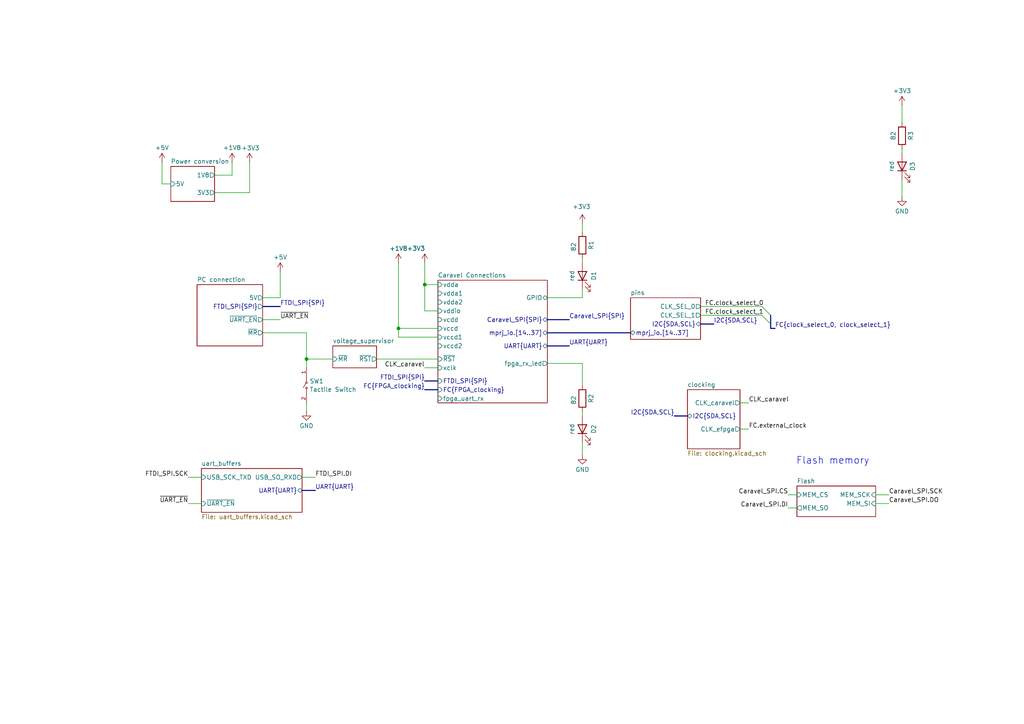
<source format=kicad_sch>
(kicad_sch (version 20231120) (generator "eeschema") (generator_version "8.0")
  (paper "A4")
  (title_block (title "FABulous board") (date "2024-05-30") (rev "0.1"))
  (lib_symbols
    (symbol "Device:LED" (pin_numbers hide) (pin_names (offset 1.016) hide)
      (property "Reference" "D" (at 0 2.54 0))
      (property "Value" "LED" (at 0 -2.54 0))
      (symbol "LED_0_1"
        (polyline (pts (xy -1.27 -1.27) (xy -1.27 1.27)) (stroke (width 0.254)))
        (polyline (pts (xy -1.27 0) (xy 1.27 0)))
        (polyline (pts (xy 1.27 -1.27) (xy 1.27 1.27) (xy -1.27 0) (xy 1.27 -1.27)) (stroke (width 0.254)))
        (polyline (pts (xy -3.048 -0.762) (xy -4.572 -2.286) (xy -3.81 -2.286) (xy -4.572 -2.286) (xy -4.572 -1.524)))
        (polyline (pts (xy -1.778 -0.762) (xy -3.302 -2.286) (xy -2.54 -2.286) (xy -3.302 -2.286) (xy -3.302 -1.524)))
      )
      (symbol "LED_1_1"
        (pin passive line (at -3.81 0 0) (length 2.54) (name "K") (number "1"))
        (pin passive line (at 3.81 0 180) (length 2.54) (name "A") (number "2"))
      )
    )
    (symbol "Device:R" (pin_numbers hide) (pin_names (offset 0))
      (property "Reference" "R" (at 2.032 0 90))
      (property "Value" "R" (at 0 0 90))
      (symbol "R_0_1"
        (rectangle (start -1.016 -2.54) (end 1.016 2.54) (stroke (width 0.254)))
      )
      (symbol "R_1_1"
        (pin passive line (at 0 3.81 270) (length 1.27) (name "~") (number "1"))
        (pin passive line (at 0 -3.81 90) (length 1.27) (name "~") (number "2"))
      )
    )
    (symbol "easy_eda:Tactile Switch"
      (property "Reference" "SW" (at -6.858 -0.254 90))
      (property "Value" "Tactile Switch" (at -5.08 -0.508 90))
      (symbol "Tactile Switch_0_1"
        (circle (center 0 -0.762) (radius 0.254) (fill (type background)))
        (polyline (pts (xy -0.2182 0.5776) (xy -0.9199 -0.6865)))
        (polyline (pts (xy 0 -2.54) (xy 0 -0.762)))
        (polyline (pts (xy 0 1.524) (xy 0 0.762)))
        (polyline (pts (xy 0 2.54) (xy 0 1.524)))
        (circle (center 0 0.762) (radius 0.254) (fill (type background)))
      )
      (symbol "Tactile Switch_1_1"
        (pin passive line (at 0 5.08 270) (length 2.54) (name "") (number "1"))
        (pin passive line (at 0 -5.08 90) (length 2.54) (name "") (number "2"))
        (pin passive line (at 0 5.08 270) (length 2.54) hide (name "") (number "3"))
        (pin passive line (at 0 -5.08 90) (length 2.54) hide (name "") (number "4"))
      )
    )
    (symbol "power:+1V8" (power) (pin_numbers hide) (pin_names (offset 0) hide)
      (property "Value" "+1V8" (at 0 3.556 0))
      (symbol "+1V8_0_1"
        (polyline (pts (xy -0.762 1.27) (xy 0 2.54)))
        (polyline (pts (xy 0 0) (xy 0 2.54)))
        (polyline (pts (xy 0 2.54) (xy 0.762 1.27)))
      )
      (symbol "+1V8_1_1"
        (pin power_in line (at 0 0 90) (length 0) (name "~") (number "1"))
      )
    )
    (symbol "power:+3V3" (power) (pin_numbers hide) (pin_names (offset 0) hide)
      (property "Value" "+3V3" (at 0 3.556 0))
      (symbol "+3V3_0_1"
        (polyline (pts (xy -0.762 1.27) (xy 0 2.54)))
        (polyline (pts (xy 0 0) (xy 0 2.54)))
        (polyline (pts (xy 0 2.54) (xy 0.762 1.27)))
      )
      (symbol "+3V3_1_1"
        (pin power_in line (at 0 0 90) (length 0) (name "~") (number "1"))
      )
    )
    (symbol "power:+5V" (power) (pin_numbers hide) (pin_names (offset 0) hide)
      (property "Value" "+5V" (at 0 3.556 0))
      (symbol "+5V_0_1"
        (polyline (pts (xy -0.762 1.27) (xy 0 2.54)))
        (polyline (pts (xy 0 0) (xy 0 2.54)))
        (polyline (pts (xy 0 2.54) (xy 0.762 1.27)))
      )
      (symbol "+5V_1_1"
        (pin power_in line (at 0 0 90) (length 0) (name "~") (number "1"))
      )
    )
    (symbol "power:GND" (power) (pin_numbers hide) (pin_names (offset 0) hide)
      (property "Value" "GND" (at 0 -3.81 0))
      (symbol "GND_0_1"
        (polyline (pts (xy 0 0) (xy 0 -1.27) (xy 1.27 -1.27) (xy 0 -2.54) (xy -1.27 -1.27) (xy 0 -1.27)))
      )
      (symbol "GND_1_1"
        (pin power_in line (at 0 0 270) (length 0) (name "~") (number "1"))
      )
    )
  )
  (bus_alias "SPI" (members "SCK" "CS" "DI" "DO"))
  (junction (at 88.9 104.14))
  (junction (at 123.19 82.55))
  (junction (at 115.57 95.25))
  (bus_entry (at 220.98 88.9) (size 2.54 2.54))
  (bus_entry (at 220.98 91.44) (size 2.54 2.54))
  (bus (pts (xy 223.52 91.44) (xy 223.52 93.98)))
  (wire (pts (xy 168.91 105.41) (xy 168.91 111.76)))
  (wire (pts (xy 115.57 97.79) (xy 115.57 95.25)))
  (wire (pts (xy 54.61 138.43) (xy 58.42 138.43)))
  (wire (pts (xy 88.9 104.14) (xy 96.52 104.14)))
  (bus (pts (xy 223.52 95.25) (xy 224.79 95.25)))
  (wire (pts (xy 158.75 105.41) (xy 168.91 105.41)))
  (wire (pts (xy 228.6 143.51) (xy 231.14 143.51)))
  (wire (pts (xy 88.9 116.84) (xy 88.9 119.38)))
  (wire (pts (xy 214.63 116.84) (xy 217.17 116.84)))
  (wire (pts (xy 123.19 82.55) (xy 127 82.55)))
  (wire (pts (xy 168.91 74.93) (xy 168.91 76.2)))
  (wire (pts (xy 62.23 55.88) (xy 72.39 55.88)))
  (wire (pts (xy 115.57 95.25) (xy 127 95.25)))
  (bus (pts (xy 127 110.49) (xy 123.19 110.49)))
  (wire (pts (xy 254 146.05) (xy 257.81 146.05)))
  (wire (pts (xy 214.63 124.46) (xy 217.17 124.46)))
  (wire (pts (xy 54.61 146.05) (xy 58.42 146.05)))
  (wire (pts (xy 123.19 76.2) (xy 123.19 82.55)))
  (wire (pts (xy 261.62 30.48) (xy 261.62 35.56)))
  (bus (pts (xy 123.19 113.03) (xy 127 113.03)))
  (wire (pts (xy 81.28 86.36) (xy 81.28 78.74)))
  (bus (pts (xy 203.2 93.98) (xy 207.01 93.98)))
  (wire (pts (xy 115.57 76.2) (xy 115.57 95.25)))
  (wire (pts (xy 168.91 128.27) (xy 168.91 132.08)))
  (wire (pts (xy 123.19 106.68) (xy 127 106.68)))
  (wire (pts (xy 168.91 64.77) (xy 168.91 67.31)))
  (wire (pts (xy 67.31 50.8) (xy 67.31 46.99)))
  (bus (pts (xy 195.58 120.65) (xy 199.39 120.65)))
  (wire (pts (xy 158.75 86.36) (xy 168.91 86.36)))
  (wire (pts (xy 76.2 92.71) (xy 81.28 92.71)))
  (wire (pts (xy 46.99 53.34) (xy 46.99 46.99)))
  (bus (pts (xy 158.75 92.71) (xy 165.1 92.71)))
  (wire (pts (xy 228.6 147.32) (xy 231.14 147.32)))
  (bus (pts (xy 87.63 142.24) (xy 91.44 142.24)))
  (wire (pts (xy 168.91 119.38) (xy 168.91 120.65)))
  (wire (pts (xy 115.57 97.79) (xy 127 97.79)))
  (wire (pts (xy 46.99 53.34) (xy 49.53 53.34)))
  (wire (pts (xy 203.2 88.9) (xy 220.98 88.9)))
  (wire (pts (xy 261.62 43.18) (xy 261.62 44.45)))
  (wire (pts (xy 76.2 96.52) (xy 88.9 96.52)))
  (bus (pts (xy 223.52 93.98) (xy 223.52 95.25)))
  (bus (pts (xy 158.75 100.33) (xy 165.1 100.33)))
  (wire (pts (xy 88.9 104.14) (xy 88.9 106.68)))
  (wire (pts (xy 127 90.17) (xy 123.19 90.17)))
  (wire (pts (xy 62.23 50.8) (xy 67.31 50.8)))
  (wire (pts (xy 168.91 83.82) (xy 168.91 86.36)))
  (wire (pts (xy 72.39 55.88) (xy 72.39 46.99)))
  (wire (pts (xy 254 143.51) (xy 257.81 143.51)))
  (bus (pts (xy 76.2 88.9) (xy 81.28 88.9)))
  (wire (pts (xy 123.19 90.17) (xy 123.19 82.55)))
  (wire (pts (xy 261.62 52.07) (xy 261.62 57.15)))
  (wire (pts (xy 87.63 138.43) (xy 91.44 138.43)))
  (wire (pts (xy 88.9 96.52) (xy 88.9 104.14)))
  (wire (pts (xy 109.22 104.14) (xy 127 104.14)))
  (wire (pts (xy 76.2 86.36) (xy 81.28 86.36)))
  (wire (pts (xy 203.2 91.44) (xy 220.98 91.44)))
  (bus (pts (xy 158.75 96.52) (xy 182.88 96.52)))
  (text "Flash memory" (at 230.886 134.874 0) (effects (font (size 2 2)) (justify left bottom)))
  (label "FC.clock_select_1" (at 204.47 91.44 0))
  (label "~{UART_EN}" (at 54.61 146.05 180))
  (label "UART{UART}" (at 165.1 100.33 0))
  (label "FC.clock_select_0" (at 204.47 88.9 0))
  (label "CLK_caravel" (at 123.19 106.68 180))
  (label "FC.external_clock" (at 217.17 124.46 0))
  (label "FTDI_SPI{SPI}" (at 123.19 110.49 180))
  (label "FC{FPGA_clocking}" (at 123.19 113.03 180))
  (label "UART{UART}" (at 91.44 142.24 0))
  (label "Caravel_SPI.DO" (at 257.81 146.05 0))
  (label "Caravel_SPI.SCK" (at 257.81 143.51 0))
  (label "Caravel_SPI.DI" (at 228.6 147.32 180))
  (label "I2C{SDA,SCL}" (at 207.01 93.98 0))
  (label "FTDI_SPI.DI" (at 91.44 138.43 0))
  (label "CLK_caravel" (at 217.17 116.84 0))
  (label "I2C{SDA,SCL}" (at 195.58 120.65 180))
  (label "FTDI_SPI.SCK" (at 54.61 138.43 180))
  (label "FTDI_SPI{SPI}" (at 81.28 88.9 0))
  (label "Caravel_SPI{SPI}" (at 165.1 92.71 0))
  (label "Caravel_SPI.CS" (at 228.6 143.51 180))
  (label "~{UART_EN}" (at 81.28 92.71 0))
  (label "FC{clock_select_0, clock_select_1}" (at 224.79 95.25 0))
  (symbol (lib_id "Device:LED") (at 168.91 124.46 90) (unit 1)
    (property "Reference" "D2" (at 172.212 124.46 0))
    (property "Value" "red" (at 165.862 124.46 0))
    (property "Footprint" "LED_SMD:LED_1206_3216Metric" (effects (hide yes)))
    (property "Description" "Light emitting diode" (effects (hide yes)))
  )
  (symbol (lib_id "power:+5V") (at 46.99 46.99 0) (unit 1)
    (property "Reference" "#PWR01" (effects (hide yes)))
    (property "Value" "+5V" (at 46.99 42.8569 0))
    (property "Description" "Power symbol creates a global label with name \"+5V\"" (effects (hide yes)))
  )
  (symbol (lib_id "power:+3V3") (at 72.39 46.99 0) (unit 1)
    (property "Reference" "#PWR03" (effects (hide yes)))
    (property "Value" "+3V3" (at 72.644 42.926 0))
    (property "Description" "Power symbol creates a global label with name \"+3V3\"" (effects (hide yes)))
  )
  (symbol (lib_id "power:+1V8") (at 67.31 46.99 0) (unit 1)
    (property "Reference" "#PWR02" (effects (hide yes)))
    (property "Value" "+1V8" (at 67.31 42.8569 0))
    (property "Description" "Power symbol creates a global label with name \"+1V8\"" (effects (hide yes)))
  )
  (symbol (lib_id "power:+1V8") (at 115.57 76.2 0) (unit 1)
    (property "Reference" "#PWR07" (effects (hide yes)))
    (property "Value" "+1V8" (at 115.57 72.0669 0))
    (property "Description" "Power symbol creates a global label with name \"+1V8\"" (effects (hide yes)))
  )
  (symbol (lib_id "Device:LED") (at 261.62 48.26 90) (unit 1)
    (property "Reference" "D3" (at 264.668 48.26 0))
    (property "Value" "red" (at 258.572 48.26 0))
    (property "Footprint" "LED_SMD:LED_1206_3216Metric" (effects (hide yes)))
    (property "Description" "Light emitting diode" (effects (hide yes)))
  )
  (symbol (lib_id "power:+5V") (at 81.28 78.74 0) (unit 1)
    (property "Reference" "#PWR04" (effects (hide yes)))
    (property "Value" "+5V" (at 81.28 74.6069 0))
    (property "Description" "Power symbol creates a global label with name \"+5V\"" (effects (hide yes)))
  )
  (symbol (lib_id "Device:LED") (at 168.91 80.01 90) (unit 1)
    (property "Reference" "D1" (at 172.212 80.01 0))
    (property "Value" "red" (at 165.862 80.01 0))
    (property "Footprint" "LED_SMD:LED_1206_3216Metric" (effects (hide yes)))
    (property "Description" "Light emitting diode" (effects (hide yes)))
  )
  (symbol (lib_id "power:GND") (at 261.62 57.15 0) (unit 1)
    (property "Reference" "#PWR012" (effects (hide yes)))
    (property "Value" "GND" (at 261.62 61.2831 0))
    (property "Description" "Power symbol creates a global label with name \"GND\" , ground" (effects (hide yes)))
  )
  (symbol (lib_id "power:+3V3") (at 123.19 76.2 0) (unit 1)
    (property "Reference" "#PWR08" (effects (hide yes)))
    (property "Value" "+3V3" (at 120.65 72.0669 0))
    (property "Description" "Power symbol creates a global label with name \"+3V3\"" (effects (hide yes)))
  )
  (symbol (lib_id "power:GND") (at 168.91 132.08 0) (unit 1)
    (property "Reference" "#PWR010" (effects (hide yes)))
    (property "Value" "GND" (at 168.91 136.2131 0))
    (property "Description" "Power symbol creates a global label with name \"GND\" , ground" (effects (hide yes)))
  )
  (symbol (lib_id "power:+3V3") (at 168.91 64.77 0) (unit 1)
    (property "Reference" "#PWR09" (effects (hide yes)))
    (property "Value" "+3V3" (at 168.656 59.944 0))
    (property "Description" "Power symbol creates a global label with name \"+3V3\"" (effects (hide yes)))
  )
  (symbol (lib_id "power:GND") (at 88.9 119.38 0) (unit 1)
    (property "Reference" "#PWR06" (effects (hide yes)))
    (property "Value" "GND" (at 88.9 123.5131 0))
    (property "Description" "Power symbol creates a global label with name \"GND\" , ground" (effects (hide yes)))
  )
  (symbol (lib_id "Device:R") (at 168.91 115.57 0) (unit 1)
    (property "Reference" "R2" (at 171.45 115.57 90))
    (property "Value" "82 " (at 166.37 115.57 90))
    (property "Footprint" "Resistor_SMD:R_0805_2012Metric" (effects (hide yes)))
    (property "Description" "Resistor" (effects (hide yes)))
  )
  (symbol (lib_id "easy_eda:Tactile Switch") (at 88.9 111.76 0) (unit 1)
    (property "Reference" "SW1" (at 89.7889 110.5478 0) (effects (justify left)))
    (property "Value" "Tactile Switch" (at 89.7889 112.9721 0) (effects (justify left)))
    (property "Footprint" "easy_eda:SW_SMD_4P_L6.0_W6.0-P4.5-LS8.6" (effects (hide yes)))
    (property "Datasheet" "https://item.szlcsc.com/2796384.html" (effects (hide yes)))
    (property "LCSC" "C5127964" (effects (hide yes)))
  )
  (symbol (lib_id "power:+3V3") (at 261.62 30.48 0) (unit 1)
    (property "Reference" "#PWR011" (effects (hide yes)))
    (property "Value" "+3V3" (at 261.62 26.3469 0))
    (property "Description" "Power symbol creates a global label with name \"+3V3\"" (effects (hide yes)))
  )
  (symbol (lib_id "Device:R") (at 261.62 39.37 0) (unit 1)
    (property "Reference" "R3" (at 264.16 39.37 90))
    (property "Value" "82" (at 259.08 39.37 90))
    (property "Footprint" "Resistor_SMD:R_0805_2012Metric" (effects (hide yes)))
    (property "Description" "Resistor" (effects (hide yes)))
  )
  (symbol (lib_id "Device:R") (at 168.91 71.12 0) (unit 1)
    (property "Reference" "R1" (at 171.45 71.12 90))
    (property "Value" "82 " (at 166.37 71.12 90))
    (property "Footprint" "Resistor_SMD:R_0805_2012Metric" (effects (hide yes)))
    (property "Description" "Resistor" (effects (hide yes)))
  )
  (sheet (at 49.53 48.26) (size 12.7 10.16) (stroke (width 0.1524))
    (property "Sheetname" "Power conversion" (at 49.53 47.5484 0) (effects (justify left bottom)))
    (property "Sheetfile" "power.kicad_sch" (effects (hide yes)))
    (pin "1V8" output (at 62.23 50.8 0))
    (pin "5V" input (at 49.53 53.34 180))
    (pin "3V3" output (at 62.23 55.88 0))
  )
  (sheet (at 231.14 140.97) (size 22.86 8.89) (stroke (width 0.1524))
    (property "Sheetname" "Flash" (at 231.14 140.2584 0) (effects (justify left bottom)))
    (property "Sheetfile" "Flash.kicad_sch" (effects (hide yes)))
    (pin "MEM_SO" output (at 231.14 147.32 180))
    (pin "MEM_CS" input (at 231.14 143.51 180))
    (pin "MEM_SCK" input (at 254 143.51 0))
    (pin "MEM_SI" input (at 254 146.05 0))
  )
  (sheet (at 58.42 135.89) (size 29.21 12.7) (stroke (width 0.1524))
    (property "Sheetname" "uart_buffers" (at 58.42 135.1784 0) (effects (justify left bottom)))
    (property "Sheetfile" "uart_buffers.kicad_sch" (at 58.42 149.1746 0) (effects (justify left top)))
    (pin "~{UART_EN}" input (at 58.42 146.05 180))
    (pin "USB_SCK_TXD" input (at 58.42 138.43 180))
    (pin "USB_SO_RXD" output (at 87.63 138.43 0))
    (pin "UART{UART}" bidirectional (at 87.63 142.24 0))
  )
  (sheet (at 182.88 86.36) (size 20.32 12.065) (stroke (width 0.1524))
    (property "Sheetname" "pins" (at 182.88 85.6484 0) (effects (justify left bottom)))
    (property "Sheetfile" "pins.kicad_sch" (effects (hide yes)))
    (pin "mprj_io.[14..37]" bidirectional (at 182.88 96.52 180))
    (pin "CLK_SEL_0" output (at 203.2 88.9 0))
    (pin "CLK_SEL_1" output (at 203.2 91.44 0))
    (pin "I2C{SDA,SCL}" bidirectional (at 203.2 93.98 0))
  )
  (sheet (at 96.52 100.33) (size 12.7 6.35) (stroke (width 0.1524))
    (property "Sheetname" "voltage_supervisor" (at 96.52 99.6184 0) (effects (justify left bottom)))
    (property "Sheetfile" "voltage_supervisor.kicad_sch" (effects (hide yes)))
    (pin "~{MR}" input (at 96.52 104.14 180))
    (pin "~{RST}" output (at 109.22 104.14 0))
  )
  (sheet (at 127 81.28) (size 31.75 35.56) (stroke (width 0.1524))
    (property "Sheetname" "Caravel Connections" (at 127 80.5684 0) (effects (justify left bottom)))
    (property "Sheetfile" "caravel_connections.kicad_sch" (effects (hide yes)))
    (pin "vdda1" input (at 127 85.09 180))
    (pin "vccd1" input (at 127 97.79 180))
    (pin "GPIO" bidirectional (at 158.75 86.36 0))
    (pin "vdda2" input (at 127 87.63 180))
    (pin "xclk" input (at 127 106.68 180))
    (pin "vcdd" input (at 127 92.71 180))
    (pin "~{RST}" input (at 127 104.14 180))
    (pin "Caravel_SPI{SPI}" bidirectional (at 158.75 92.71 0))
    (pin "vccd2" input (at 127 100.33 180))
    (pin "vddio" input (at 127 90.17 180))
    (pin "vccd" input (at 127 95.25 180))
    (pin "vdda" input (at 127 82.55 180))
    (pin "mprj_io.[14..37]" bidirectional (at 158.75 96.52 0))
    (pin "UART{UART}" bidirectional (at 158.75 100.33 0))
    (pin "FTDI_SPI{SPI}" input (at 127 110.49 180))
    (pin "FC{FPGA_clocking}" input (at 127 113.03 180))
    (pin "fpga_rx_led" output (at 158.75 105.41 0))
    (pin "fpga_uart_rx" input (at 127 115.57 180))
  )
  (sheet (at 57.15 82.55) (size 19.05 17.78) (stroke (width 0.1524))
    (property "Sheetname" "PC connection" (at 57.15 81.8384 0) (effects (justify left bottom)))
    (property "Sheetfile" "pc_connection.kicad_sch" (effects (hide yes)))
    (pin "~{MR}" output (at 76.2 96.52 0))
    (pin "5V" output (at 76.2 86.36 0))
    (pin "~{UART_EN}" output (at 76.2 92.71 0))
    (pin "FTDI_SPI{SPI}" output (at 76.2 88.9 0))
  )
  (sheet (at 199.39 113.03) (size 15.24 17.145) (stroke (width 0.1524))
    (property "Sheetname" "clocking" (at 199.39 112.3184 0) (effects (justify left bottom)))
    (property "Sheetfile" "clocking.kicad_sch" (at 199.39 130.7596 0) (effects (justify left top)))
    (pin "I2C{SDA,SCL}" bidirectional (at 199.39 120.65 180))
    (pin "CLK_caravel" output (at 214.63 116.84 0))
    (pin "CLK_efpga" output (at 214.63 124.46 0))
  )
)
</source>
